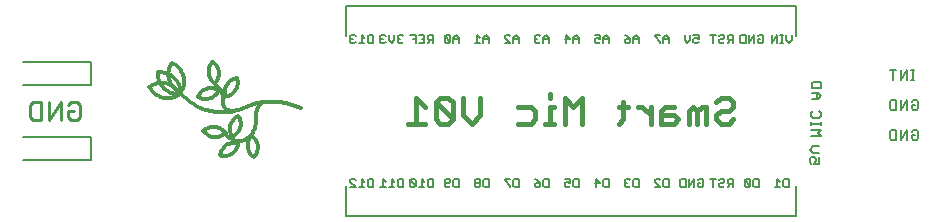
<source format=gbo>
G04 EAGLE Gerber X2 export*
G75*
%MOIN*%
%FSLAX24Y24*%
%LPD*%
%AMOC8*
5,1,8,0,0,1.08239X$1,22.5*%
G01*
%ADD10C,0.008000*%
%ADD11C,0.011000*%
%ADD12C,0.015000*%
%ADD13C,0.012000*%
%ADD14C,0.005000*%


D10*
X26515Y3158D02*
X26835Y3158D01*
X26729Y3265D01*
X26835Y3371D01*
X26515Y3371D01*
X26515Y3526D02*
X26515Y3633D01*
X26515Y3580D02*
X26835Y3580D01*
X26835Y3633D02*
X26835Y3526D01*
X26835Y3932D02*
X26782Y3985D01*
X26835Y3932D02*
X26835Y3825D01*
X26782Y3772D01*
X26568Y3772D01*
X26515Y3825D01*
X26515Y3932D01*
X26568Y3985D01*
X26785Y2454D02*
X26785Y2240D01*
X26625Y2240D01*
X26679Y2347D01*
X26679Y2400D01*
X26625Y2454D01*
X26518Y2454D01*
X26465Y2400D01*
X26465Y2293D01*
X26518Y2240D01*
X26572Y2608D02*
X26785Y2608D01*
X26572Y2608D02*
X26465Y2715D01*
X26572Y2822D01*
X26785Y2822D01*
X26754Y4390D02*
X26540Y4390D01*
X26754Y4390D02*
X26860Y4497D01*
X26754Y4604D01*
X26540Y4604D01*
X26700Y4604D02*
X26700Y4390D01*
X26860Y4758D02*
X26540Y4758D01*
X26540Y4918D01*
X26593Y4972D01*
X26807Y4972D01*
X26860Y4918D01*
X26860Y4758D01*
X29853Y5040D02*
X29960Y5040D01*
X29907Y5040D02*
X29907Y5360D01*
X29960Y5360D02*
X29853Y5360D01*
X29714Y5360D02*
X29714Y5040D01*
X29501Y5040D02*
X29714Y5360D01*
X29501Y5360D02*
X29501Y5040D01*
X29239Y5040D02*
X29239Y5360D01*
X29133Y5360D02*
X29346Y5360D01*
X29925Y3360D02*
X29871Y3307D01*
X29925Y3360D02*
X30032Y3360D01*
X30085Y3307D01*
X30085Y3093D01*
X30032Y3040D01*
X29925Y3040D01*
X29871Y3093D01*
X29871Y3200D01*
X29978Y3200D01*
X29717Y3040D02*
X29717Y3360D01*
X29503Y3040D01*
X29503Y3360D01*
X29348Y3360D02*
X29348Y3040D01*
X29188Y3040D01*
X29135Y3093D01*
X29135Y3307D01*
X29188Y3360D01*
X29348Y3360D01*
X29871Y4307D02*
X29925Y4360D01*
X30032Y4360D01*
X30085Y4307D01*
X30085Y4093D01*
X30032Y4040D01*
X29925Y4040D01*
X29871Y4093D01*
X29871Y4200D01*
X29978Y4200D01*
X29717Y4040D02*
X29717Y4360D01*
X29503Y4040D01*
X29503Y4360D01*
X29348Y4360D02*
X29348Y4040D01*
X29188Y4040D01*
X29135Y4093D01*
X29135Y4307D01*
X29188Y4360D01*
X29348Y4360D01*
D11*
X1850Y4296D02*
X1751Y4197D01*
X1850Y4296D02*
X2047Y4296D01*
X2145Y4197D01*
X2145Y3803D01*
X2047Y3705D01*
X1850Y3705D01*
X1751Y3803D01*
X1751Y4000D01*
X1948Y4000D01*
X1500Y3705D02*
X1500Y4296D01*
X1107Y3705D01*
X1107Y4296D01*
X856Y4296D02*
X856Y3705D01*
X561Y3705D01*
X462Y3803D01*
X462Y4197D01*
X561Y4296D01*
X856Y4296D01*
D12*
X23358Y4284D02*
X23500Y4426D01*
X23783Y4426D01*
X23925Y4284D01*
X23925Y4142D01*
X23783Y4000D01*
X23500Y4000D01*
X23358Y3859D01*
X23358Y3717D01*
X23500Y3575D01*
X23783Y3575D01*
X23925Y3717D01*
X23004Y3575D02*
X23004Y4142D01*
X22862Y4142D01*
X22721Y4000D01*
X22721Y3575D01*
X22721Y4000D02*
X22579Y4142D01*
X22437Y4000D01*
X22437Y3575D01*
X21942Y4142D02*
X21658Y4142D01*
X21516Y4000D01*
X21516Y3575D01*
X21942Y3575D01*
X22083Y3717D01*
X21942Y3859D01*
X21516Y3859D01*
X21163Y4142D02*
X21163Y3575D01*
X21163Y3859D02*
X20879Y4142D01*
X20737Y4142D01*
X20254Y4284D02*
X20254Y3717D01*
X20112Y3575D01*
X20112Y4142D02*
X20395Y4142D01*
X18861Y4426D02*
X18861Y3575D01*
X18577Y4142D02*
X18861Y4426D01*
X18577Y4142D02*
X18294Y4426D01*
X18294Y3575D01*
X17940Y4142D02*
X17798Y4142D01*
X17798Y3575D01*
X17940Y3575D02*
X17656Y3575D01*
X17798Y4426D02*
X17798Y4568D01*
X17184Y4142D02*
X16759Y4142D01*
X17184Y4142D02*
X17326Y4000D01*
X17326Y3717D01*
X17184Y3575D01*
X16759Y3575D01*
X15484Y3859D02*
X15484Y4426D01*
X15484Y3859D02*
X15201Y3575D01*
X14917Y3859D01*
X14917Y4426D01*
X14564Y4284D02*
X14564Y3717D01*
X14564Y4284D02*
X14422Y4426D01*
X14138Y4426D01*
X13997Y4284D01*
X13997Y3717D01*
X14138Y3575D01*
X14422Y3575D01*
X14564Y3717D01*
X13997Y4284D01*
X13643Y4142D02*
X13359Y4426D01*
X13359Y3575D01*
X13076Y3575D02*
X13643Y3575D01*
D13*
X9500Y4100D02*
X9200Y4200D01*
X9113Y4227D01*
X9025Y4251D01*
X8936Y4270D01*
X8846Y4286D01*
X8755Y4297D01*
X8664Y4305D01*
X8573Y4309D01*
X8482Y4310D01*
X8391Y4306D01*
X8300Y4298D01*
X8209Y4287D01*
X8119Y4271D01*
X8030Y4252D01*
X7941Y4229D01*
X7854Y4202D01*
X7768Y4172D01*
X7683Y4138D01*
X7600Y4100D01*
X7524Y4069D01*
X7446Y4041D01*
X7366Y4017D01*
X7286Y3997D01*
X7205Y3980D01*
X7124Y3967D01*
X7041Y3958D01*
X6959Y3953D01*
X6876Y3951D01*
X6794Y3953D01*
X6711Y3959D01*
X6629Y3969D01*
X6547Y3983D01*
X6467Y4000D01*
X6387Y4021D01*
X6308Y4046D01*
X6230Y4074D01*
X6154Y4106D01*
X6079Y4141D01*
X6006Y4180D01*
X5934Y4222D01*
X5865Y4267D01*
X5798Y4315D01*
X5733Y4367D01*
X5671Y4421D01*
X5611Y4478D01*
X5554Y4538D01*
X5500Y4600D01*
X5501Y4601D02*
X5456Y4622D01*
X5413Y4646D01*
X5372Y4674D01*
X5333Y4704D01*
X5296Y4737D01*
X5262Y4773D01*
X5230Y4811D01*
X5201Y4851D01*
X5176Y4894D01*
X5153Y4938D01*
X5134Y4983D01*
X5118Y5030D01*
X5105Y5078D01*
X5096Y5127D01*
X5091Y5176D01*
X5089Y5226D01*
X5091Y5275D01*
X5096Y5324D01*
X5105Y5373D01*
X5117Y5421D01*
X5133Y5468D01*
X5153Y5513D01*
X5175Y5558D01*
X5201Y5600D01*
X5199Y5599D02*
X5244Y5578D01*
X5287Y5554D01*
X5328Y5526D01*
X5367Y5496D01*
X5404Y5463D01*
X5438Y5427D01*
X5470Y5389D01*
X5499Y5349D01*
X5524Y5306D01*
X5547Y5262D01*
X5566Y5217D01*
X5582Y5170D01*
X5595Y5122D01*
X5604Y5073D01*
X5609Y5024D01*
X5611Y4974D01*
X5609Y4925D01*
X5604Y4876D01*
X5595Y4827D01*
X5583Y4779D01*
X5567Y4732D01*
X5547Y4687D01*
X5525Y4642D01*
X5499Y4600D01*
X5496Y4568D02*
X5447Y4564D01*
X5398Y4563D01*
X5348Y4566D01*
X5299Y4573D01*
X5251Y4584D01*
X5203Y4597D01*
X5157Y4615D01*
X5112Y4635D01*
X5068Y4659D01*
X5027Y4686D01*
X4987Y4716D01*
X4950Y4748D01*
X4915Y4784D01*
X4883Y4821D01*
X4854Y4861D01*
X4827Y4903D01*
X4804Y4947D01*
X4784Y4992D01*
X4768Y5039D01*
X4754Y5087D01*
X4745Y5135D01*
X4739Y5184D01*
X4736Y5234D01*
X4737Y5283D01*
X4737Y5282D02*
X4786Y5286D01*
X4835Y5287D01*
X4885Y5284D01*
X4934Y5277D01*
X4982Y5266D01*
X5030Y5253D01*
X5076Y5235D01*
X5121Y5215D01*
X5165Y5191D01*
X5206Y5164D01*
X5246Y5134D01*
X5283Y5102D01*
X5318Y5066D01*
X5350Y5029D01*
X5379Y4989D01*
X5406Y4947D01*
X5429Y4903D01*
X5449Y4858D01*
X5465Y4811D01*
X5479Y4763D01*
X5488Y4715D01*
X5494Y4666D01*
X5497Y4616D01*
X5496Y4567D01*
X5469Y4564D02*
X5428Y4536D01*
X5386Y4511D01*
X5341Y4489D01*
X5295Y4470D01*
X5248Y4455D01*
X5200Y4443D01*
X5151Y4435D01*
X5102Y4430D01*
X5052Y4429D01*
X5003Y4432D01*
X4954Y4438D01*
X4905Y4447D01*
X4858Y4460D01*
X4811Y4477D01*
X4766Y4497D01*
X4722Y4520D01*
X4680Y4546D01*
X4640Y4576D01*
X4602Y4608D01*
X4567Y4642D01*
X4534Y4680D01*
X4504Y4719D01*
X4477Y4761D01*
X4454Y4804D01*
X4454Y4803D02*
X4495Y4831D01*
X4537Y4856D01*
X4582Y4878D01*
X4628Y4897D01*
X4675Y4912D01*
X4723Y4924D01*
X4772Y4932D01*
X4821Y4937D01*
X4871Y4938D01*
X4920Y4935D01*
X4969Y4929D01*
X5018Y4920D01*
X5065Y4907D01*
X5112Y4890D01*
X5157Y4870D01*
X5201Y4847D01*
X5243Y4821D01*
X5283Y4791D01*
X5321Y4759D01*
X5356Y4725D01*
X5389Y4687D01*
X5419Y4648D01*
X5446Y4606D01*
X5469Y4563D01*
X7200Y4000D02*
X7300Y4000D01*
X7200Y4000D02*
X7167Y4002D01*
X7135Y4007D01*
X7103Y4016D01*
X7073Y4028D01*
X7044Y4043D01*
X7017Y4061D01*
X6992Y4082D01*
X6969Y4106D01*
X6949Y4132D01*
X6932Y4160D01*
X6918Y4190D01*
X6908Y4221D01*
X6900Y4253D01*
X6897Y4285D01*
X6896Y4318D01*
X6900Y4350D01*
X6905Y4395D01*
X6906Y4441D01*
X6904Y4486D01*
X6897Y4532D01*
X6887Y4576D01*
X6874Y4620D01*
X6857Y4662D01*
X6836Y4703D01*
X6812Y4742D01*
X6785Y4778D01*
X6755Y4813D01*
X6722Y4845D01*
X6687Y4874D01*
X6650Y4900D01*
X8150Y4200D02*
X8200Y4250D01*
X8150Y4200D02*
X8120Y4167D01*
X8093Y4132D01*
X8068Y4094D01*
X8047Y4055D01*
X8030Y4014D01*
X8016Y3971D01*
X8005Y3928D01*
X7998Y3884D01*
X7995Y3839D01*
X7996Y3794D01*
X8000Y3750D01*
X8005Y3701D01*
X8007Y3651D01*
X8005Y3601D01*
X8000Y3551D01*
X7991Y3502D01*
X7978Y3454D01*
X7962Y3407D01*
X7943Y3361D01*
X7921Y3317D01*
X7895Y3274D01*
X7866Y3233D01*
X7835Y3194D01*
X7801Y3158D01*
X7764Y3124D01*
X7725Y3093D01*
X7684Y3065D01*
X7641Y3040D01*
X7596Y3018D01*
X7550Y3000D01*
X6643Y4919D02*
X6609Y4943D01*
X6578Y4970D01*
X6549Y5000D01*
X6522Y5032D01*
X6499Y5066D01*
X6479Y5102D01*
X6462Y5140D01*
X6448Y5179D01*
X6438Y5219D01*
X6431Y5260D01*
X6428Y5301D01*
X6429Y5343D01*
X6433Y5384D01*
X6441Y5425D01*
X6452Y5465D01*
X6467Y5503D01*
X6485Y5541D01*
X6506Y5576D01*
X6530Y5610D01*
X6557Y5641D01*
X6557Y5642D02*
X6591Y5618D01*
X6622Y5591D01*
X6651Y5561D01*
X6678Y5529D01*
X6701Y5495D01*
X6721Y5459D01*
X6738Y5421D01*
X6752Y5382D01*
X6762Y5342D01*
X6769Y5301D01*
X6772Y5260D01*
X6771Y5218D01*
X6767Y5177D01*
X6759Y5136D01*
X6748Y5096D01*
X6733Y5058D01*
X6715Y5020D01*
X6694Y4985D01*
X6670Y4951D01*
X6643Y4920D01*
X6765Y4685D02*
X6747Y4647D01*
X6726Y4612D01*
X6702Y4578D01*
X6675Y4547D01*
X6645Y4518D01*
X6613Y4491D01*
X6579Y4468D01*
X6543Y4448D01*
X6505Y4431D01*
X6466Y4417D01*
X6426Y4407D01*
X6385Y4400D01*
X6344Y4397D01*
X6302Y4398D01*
X6261Y4402D01*
X6220Y4410D01*
X6180Y4421D01*
X6142Y4436D01*
X6104Y4454D01*
X6069Y4475D01*
X6069Y4474D02*
X6087Y4512D01*
X6108Y4547D01*
X6132Y4581D01*
X6159Y4612D01*
X6189Y4641D01*
X6221Y4668D01*
X6255Y4691D01*
X6291Y4711D01*
X6329Y4728D01*
X6368Y4742D01*
X6408Y4752D01*
X6449Y4759D01*
X6490Y4762D01*
X6532Y4761D01*
X6573Y4757D01*
X6614Y4749D01*
X6654Y4738D01*
X6692Y4723D01*
X6730Y4705D01*
X6765Y4684D01*
X6981Y4480D02*
X6971Y4520D01*
X6964Y4561D01*
X6961Y4602D01*
X6962Y4644D01*
X6966Y4685D01*
X6974Y4726D01*
X6985Y4766D01*
X7000Y4804D01*
X7018Y4842D01*
X7039Y4877D01*
X7063Y4911D01*
X7090Y4942D01*
X7120Y4971D01*
X7152Y4998D01*
X7186Y5021D01*
X7222Y5041D01*
X7260Y5058D01*
X7299Y5072D01*
X7339Y5082D01*
X7380Y5089D01*
X7381Y5089D02*
X7391Y5049D01*
X7398Y5008D01*
X7401Y4967D01*
X7400Y4925D01*
X7396Y4884D01*
X7388Y4843D01*
X7377Y4803D01*
X7362Y4765D01*
X7344Y4727D01*
X7323Y4692D01*
X7299Y4658D01*
X7272Y4627D01*
X7242Y4598D01*
X7210Y4571D01*
X7176Y4548D01*
X7140Y4528D01*
X7102Y4511D01*
X7063Y4497D01*
X7023Y4487D01*
X6982Y4480D01*
X7000Y3250D02*
X7026Y3213D01*
X7055Y3178D01*
X7087Y3145D01*
X7122Y3115D01*
X7158Y3088D01*
X7197Y3064D01*
X7238Y3043D01*
X7280Y3026D01*
X7324Y3013D01*
X7368Y3003D01*
X7414Y2996D01*
X7459Y2994D01*
X7505Y2995D01*
X7550Y3000D01*
X6981Y3257D02*
X6957Y3291D01*
X6930Y3322D01*
X6900Y3351D01*
X6868Y3378D01*
X6834Y3401D01*
X6798Y3421D01*
X6760Y3438D01*
X6721Y3452D01*
X6681Y3462D01*
X6640Y3469D01*
X6599Y3472D01*
X6557Y3471D01*
X6516Y3467D01*
X6475Y3459D01*
X6435Y3448D01*
X6397Y3433D01*
X6359Y3415D01*
X6324Y3394D01*
X6290Y3370D01*
X6259Y3343D01*
X6258Y3343D02*
X6282Y3309D01*
X6309Y3278D01*
X6339Y3249D01*
X6371Y3222D01*
X6405Y3199D01*
X6441Y3179D01*
X6479Y3162D01*
X6518Y3148D01*
X6558Y3138D01*
X6599Y3131D01*
X6640Y3128D01*
X6682Y3129D01*
X6723Y3133D01*
X6764Y3141D01*
X6804Y3152D01*
X6842Y3167D01*
X6880Y3185D01*
X6915Y3206D01*
X6949Y3230D01*
X6980Y3257D01*
X7215Y3135D02*
X7253Y3153D01*
X7288Y3174D01*
X7322Y3198D01*
X7353Y3225D01*
X7382Y3255D01*
X7409Y3287D01*
X7432Y3321D01*
X7452Y3357D01*
X7469Y3395D01*
X7483Y3434D01*
X7493Y3474D01*
X7500Y3515D01*
X7503Y3556D01*
X7502Y3598D01*
X7498Y3639D01*
X7490Y3680D01*
X7479Y3720D01*
X7464Y3758D01*
X7446Y3796D01*
X7425Y3831D01*
X7426Y3831D02*
X7388Y3813D01*
X7353Y3792D01*
X7319Y3768D01*
X7288Y3741D01*
X7259Y3711D01*
X7232Y3679D01*
X7209Y3645D01*
X7189Y3609D01*
X7172Y3571D01*
X7158Y3532D01*
X7148Y3492D01*
X7141Y3451D01*
X7138Y3410D01*
X7139Y3368D01*
X7143Y3327D01*
X7151Y3286D01*
X7162Y3246D01*
X7177Y3208D01*
X7195Y3170D01*
X7216Y3135D01*
X7420Y2919D02*
X7380Y2929D01*
X7339Y2936D01*
X7298Y2939D01*
X7256Y2938D01*
X7215Y2934D01*
X7174Y2926D01*
X7134Y2915D01*
X7096Y2900D01*
X7058Y2882D01*
X7023Y2861D01*
X6989Y2837D01*
X6958Y2810D01*
X6929Y2780D01*
X6902Y2748D01*
X6879Y2714D01*
X6859Y2678D01*
X6842Y2640D01*
X6828Y2601D01*
X6818Y2561D01*
X6811Y2520D01*
X6811Y2519D02*
X6851Y2509D01*
X6892Y2502D01*
X6933Y2499D01*
X6975Y2500D01*
X7016Y2504D01*
X7057Y2512D01*
X7097Y2523D01*
X7135Y2538D01*
X7173Y2556D01*
X7208Y2577D01*
X7242Y2601D01*
X7273Y2628D01*
X7302Y2658D01*
X7329Y2690D01*
X7352Y2724D01*
X7372Y2760D01*
X7389Y2798D01*
X7403Y2837D01*
X7413Y2877D01*
X7420Y2918D01*
X7857Y3181D02*
X7891Y3157D01*
X7922Y3130D01*
X7951Y3100D01*
X7978Y3068D01*
X8001Y3034D01*
X8021Y2998D01*
X8038Y2960D01*
X8052Y2921D01*
X8062Y2881D01*
X8069Y2840D01*
X8072Y2799D01*
X8071Y2757D01*
X8067Y2716D01*
X8059Y2675D01*
X8048Y2635D01*
X8033Y2597D01*
X8015Y2559D01*
X7994Y2524D01*
X7970Y2490D01*
X7943Y2459D01*
X7943Y2458D02*
X7909Y2482D01*
X7878Y2509D01*
X7849Y2539D01*
X7822Y2571D01*
X7799Y2605D01*
X7779Y2641D01*
X7762Y2679D01*
X7748Y2718D01*
X7738Y2758D01*
X7731Y2799D01*
X7728Y2840D01*
X7729Y2882D01*
X7733Y2923D01*
X7741Y2964D01*
X7752Y3004D01*
X7767Y3042D01*
X7785Y3080D01*
X7806Y3115D01*
X7830Y3149D01*
X7857Y3180D01*
D14*
X11000Y1500D02*
X11000Y500D01*
X26000Y500D02*
X26000Y1500D01*
X26000Y500D02*
X11000Y500D01*
X11000Y6500D02*
X11000Y7500D01*
X26000Y7500D01*
X26000Y6500D01*
X25770Y1735D02*
X25770Y1465D01*
X25635Y1465D01*
X25589Y1510D01*
X25589Y1690D01*
X25635Y1735D01*
X25770Y1735D01*
X25475Y1645D02*
X25385Y1735D01*
X25385Y1465D01*
X25475Y1465D02*
X25295Y1465D01*
X24770Y1465D02*
X24770Y1735D01*
X24770Y1465D02*
X24635Y1465D01*
X24589Y1510D01*
X24589Y1690D01*
X24635Y1735D01*
X24770Y1735D01*
X24475Y1690D02*
X24475Y1510D01*
X24475Y1690D02*
X24430Y1735D01*
X24340Y1735D01*
X24295Y1690D01*
X24295Y1510D01*
X24340Y1465D01*
X24430Y1465D01*
X24475Y1510D01*
X24295Y1690D01*
X23917Y1735D02*
X23917Y1465D01*
X23917Y1735D02*
X23782Y1735D01*
X23737Y1690D01*
X23737Y1600D01*
X23782Y1555D01*
X23917Y1555D01*
X23827Y1555D02*
X23737Y1465D01*
X23487Y1735D02*
X23442Y1690D01*
X23487Y1735D02*
X23577Y1735D01*
X23622Y1690D01*
X23622Y1645D01*
X23577Y1600D01*
X23487Y1600D01*
X23442Y1555D01*
X23442Y1510D01*
X23487Y1465D01*
X23577Y1465D01*
X23622Y1510D01*
X23238Y1465D02*
X23238Y1735D01*
X23328Y1735D02*
X23148Y1735D01*
X22782Y1735D02*
X22737Y1690D01*
X22782Y1735D02*
X22872Y1735D01*
X22917Y1690D01*
X22917Y1510D01*
X22872Y1465D01*
X22782Y1465D01*
X22737Y1510D01*
X22737Y1600D01*
X22827Y1600D01*
X22622Y1465D02*
X22622Y1735D01*
X22442Y1465D01*
X22442Y1735D01*
X22328Y1735D02*
X22328Y1465D01*
X22193Y1465D01*
X22148Y1510D01*
X22148Y1690D01*
X22193Y1735D01*
X22328Y1735D01*
X21770Y1735D02*
X21770Y1465D01*
X21635Y1465D01*
X21589Y1510D01*
X21589Y1690D01*
X21635Y1735D01*
X21770Y1735D01*
X21475Y1465D02*
X21295Y1465D01*
X21475Y1465D02*
X21295Y1645D01*
X21295Y1690D01*
X21340Y1735D01*
X21430Y1735D01*
X21475Y1690D01*
X20770Y1735D02*
X20770Y1465D01*
X20635Y1465D01*
X20589Y1510D01*
X20589Y1690D01*
X20635Y1735D01*
X20770Y1735D01*
X20475Y1690D02*
X20430Y1735D01*
X20340Y1735D01*
X20295Y1690D01*
X20295Y1645D01*
X20340Y1600D01*
X20385Y1600D01*
X20340Y1600D02*
X20295Y1555D01*
X20295Y1510D01*
X20340Y1465D01*
X20430Y1465D01*
X20475Y1510D01*
X19770Y1465D02*
X19770Y1735D01*
X19770Y1465D02*
X19635Y1465D01*
X19589Y1510D01*
X19589Y1690D01*
X19635Y1735D01*
X19770Y1735D01*
X19340Y1735D02*
X19340Y1465D01*
X19475Y1600D02*
X19340Y1735D01*
X19295Y1600D02*
X19475Y1600D01*
X18770Y1735D02*
X18770Y1465D01*
X18635Y1465D01*
X18589Y1510D01*
X18589Y1690D01*
X18635Y1735D01*
X18770Y1735D01*
X18475Y1735D02*
X18295Y1735D01*
X18475Y1735D02*
X18475Y1600D01*
X18385Y1645D01*
X18340Y1645D01*
X18295Y1600D01*
X18295Y1510D01*
X18340Y1465D01*
X18430Y1465D01*
X18475Y1510D01*
X17770Y1465D02*
X17770Y1735D01*
X17770Y1465D02*
X17635Y1465D01*
X17589Y1510D01*
X17589Y1690D01*
X17635Y1735D01*
X17770Y1735D01*
X17385Y1690D02*
X17295Y1735D01*
X17385Y1690D02*
X17475Y1600D01*
X17475Y1510D01*
X17430Y1465D01*
X17340Y1465D01*
X17295Y1510D01*
X17295Y1555D01*
X17340Y1600D01*
X17475Y1600D01*
X16770Y1735D02*
X16770Y1465D01*
X16635Y1465D01*
X16589Y1510D01*
X16589Y1690D01*
X16635Y1735D01*
X16770Y1735D01*
X16475Y1735D02*
X16295Y1735D01*
X16295Y1690D01*
X16475Y1510D01*
X16475Y1465D01*
X15770Y1465D02*
X15770Y1735D01*
X15770Y1465D02*
X15635Y1465D01*
X15589Y1510D01*
X15589Y1690D01*
X15635Y1735D01*
X15770Y1735D01*
X15475Y1690D02*
X15430Y1735D01*
X15340Y1735D01*
X15295Y1690D01*
X15295Y1645D01*
X15340Y1600D01*
X15295Y1555D01*
X15295Y1510D01*
X15340Y1465D01*
X15430Y1465D01*
X15475Y1510D01*
X15475Y1555D01*
X15430Y1600D01*
X15475Y1645D01*
X15475Y1690D01*
X15430Y1600D02*
X15340Y1600D01*
X14770Y1735D02*
X14770Y1465D01*
X14635Y1465D01*
X14589Y1510D01*
X14589Y1690D01*
X14635Y1735D01*
X14770Y1735D01*
X14475Y1510D02*
X14430Y1465D01*
X14340Y1465D01*
X14295Y1510D01*
X14295Y1690D01*
X14340Y1735D01*
X14430Y1735D01*
X14475Y1690D01*
X14475Y1645D01*
X14430Y1600D01*
X14295Y1600D01*
X13917Y1735D02*
X13917Y1465D01*
X13782Y1465D01*
X13737Y1510D01*
X13737Y1690D01*
X13782Y1735D01*
X13917Y1735D01*
X13622Y1645D02*
X13532Y1735D01*
X13532Y1465D01*
X13622Y1465D02*
X13442Y1465D01*
X13328Y1510D02*
X13328Y1690D01*
X13283Y1735D01*
X13193Y1735D01*
X13148Y1690D01*
X13148Y1510D01*
X13193Y1465D01*
X13283Y1465D01*
X13328Y1510D01*
X13148Y1690D01*
X12917Y1735D02*
X12917Y1465D01*
X12782Y1465D01*
X12737Y1510D01*
X12737Y1690D01*
X12782Y1735D01*
X12917Y1735D01*
X12622Y1645D02*
X12532Y1735D01*
X12532Y1465D01*
X12622Y1465D02*
X12442Y1465D01*
X12328Y1645D02*
X12238Y1735D01*
X12238Y1465D01*
X12328Y1465D02*
X12148Y1465D01*
X11917Y1465D02*
X11917Y1735D01*
X11917Y1465D02*
X11782Y1465D01*
X11737Y1510D01*
X11737Y1690D01*
X11782Y1735D01*
X11917Y1735D01*
X11622Y1645D02*
X11532Y1735D01*
X11532Y1465D01*
X11622Y1465D02*
X11442Y1465D01*
X11328Y1465D02*
X11148Y1465D01*
X11328Y1465D02*
X11148Y1645D01*
X11148Y1690D01*
X11193Y1735D01*
X11283Y1735D01*
X11328Y1690D01*
X11917Y6265D02*
X11917Y6535D01*
X11917Y6265D02*
X11782Y6265D01*
X11737Y6310D01*
X11737Y6490D01*
X11782Y6535D01*
X11917Y6535D01*
X11622Y6445D02*
X11532Y6535D01*
X11532Y6265D01*
X11622Y6265D02*
X11442Y6265D01*
X11328Y6490D02*
X11283Y6535D01*
X11193Y6535D01*
X11148Y6490D01*
X11148Y6445D01*
X11193Y6400D01*
X11238Y6400D01*
X11193Y6400D02*
X11148Y6355D01*
X11148Y6310D01*
X11193Y6265D01*
X11283Y6265D01*
X11328Y6310D01*
X12872Y6535D02*
X12917Y6490D01*
X12872Y6535D02*
X12782Y6535D01*
X12737Y6490D01*
X12737Y6445D01*
X12782Y6400D01*
X12827Y6400D01*
X12782Y6400D02*
X12737Y6355D01*
X12737Y6310D01*
X12782Y6265D01*
X12872Y6265D01*
X12917Y6310D01*
X12622Y6355D02*
X12622Y6535D01*
X12622Y6355D02*
X12532Y6265D01*
X12442Y6355D01*
X12442Y6535D01*
X12328Y6490D02*
X12283Y6535D01*
X12193Y6535D01*
X12148Y6490D01*
X12148Y6445D01*
X12193Y6400D01*
X12238Y6400D01*
X12193Y6400D02*
X12148Y6355D01*
X12148Y6310D01*
X12193Y6265D01*
X12283Y6265D01*
X12328Y6310D01*
X13917Y6265D02*
X13917Y6535D01*
X13782Y6535D01*
X13737Y6490D01*
X13737Y6400D01*
X13782Y6355D01*
X13917Y6355D01*
X13827Y6355D02*
X13737Y6265D01*
X13622Y6535D02*
X13442Y6535D01*
X13622Y6535D02*
X13622Y6265D01*
X13442Y6265D01*
X13532Y6400D02*
X13622Y6400D01*
X13328Y6265D02*
X13328Y6535D01*
X13148Y6535D01*
X13238Y6400D02*
X13328Y6400D01*
X14770Y6445D02*
X14770Y6265D01*
X14770Y6445D02*
X14680Y6535D01*
X14589Y6445D01*
X14589Y6265D01*
X14589Y6400D02*
X14770Y6400D01*
X14475Y6310D02*
X14475Y6490D01*
X14430Y6535D01*
X14340Y6535D01*
X14295Y6490D01*
X14295Y6310D01*
X14340Y6265D01*
X14430Y6265D01*
X14475Y6310D01*
X14295Y6490D01*
X15770Y6445D02*
X15770Y6265D01*
X15770Y6445D02*
X15680Y6535D01*
X15589Y6445D01*
X15589Y6265D01*
X15589Y6400D02*
X15770Y6400D01*
X15475Y6445D02*
X15385Y6535D01*
X15385Y6265D01*
X15475Y6265D02*
X15295Y6265D01*
X16770Y6265D02*
X16770Y6445D01*
X16680Y6535D01*
X16589Y6445D01*
X16589Y6265D01*
X16589Y6400D02*
X16770Y6400D01*
X16475Y6265D02*
X16295Y6265D01*
X16475Y6265D02*
X16295Y6445D01*
X16295Y6490D01*
X16340Y6535D01*
X16430Y6535D01*
X16475Y6490D01*
X17770Y6445D02*
X17770Y6265D01*
X17770Y6445D02*
X17680Y6535D01*
X17589Y6445D01*
X17589Y6265D01*
X17589Y6400D02*
X17770Y6400D01*
X17475Y6490D02*
X17430Y6535D01*
X17340Y6535D01*
X17295Y6490D01*
X17295Y6445D01*
X17340Y6400D01*
X17385Y6400D01*
X17340Y6400D02*
X17295Y6355D01*
X17295Y6310D01*
X17340Y6265D01*
X17430Y6265D01*
X17475Y6310D01*
X18770Y6265D02*
X18770Y6445D01*
X18680Y6535D01*
X18589Y6445D01*
X18589Y6265D01*
X18589Y6400D02*
X18770Y6400D01*
X18340Y6265D02*
X18340Y6535D01*
X18475Y6400D01*
X18295Y6400D01*
X19770Y6445D02*
X19770Y6265D01*
X19770Y6445D02*
X19680Y6535D01*
X19589Y6445D01*
X19589Y6265D01*
X19589Y6400D02*
X19770Y6400D01*
X19475Y6535D02*
X19295Y6535D01*
X19475Y6535D02*
X19475Y6400D01*
X19385Y6445D01*
X19340Y6445D01*
X19295Y6400D01*
X19295Y6310D01*
X19340Y6265D01*
X19430Y6265D01*
X19475Y6310D01*
X20770Y6265D02*
X20770Y6445D01*
X20680Y6535D01*
X20589Y6445D01*
X20589Y6265D01*
X20589Y6400D02*
X20770Y6400D01*
X20385Y6490D02*
X20295Y6535D01*
X20385Y6490D02*
X20475Y6400D01*
X20475Y6310D01*
X20430Y6265D01*
X20340Y6265D01*
X20295Y6310D01*
X20295Y6355D01*
X20340Y6400D01*
X20475Y6400D01*
X21770Y6445D02*
X21770Y6265D01*
X21770Y6445D02*
X21680Y6535D01*
X21589Y6445D01*
X21589Y6265D01*
X21589Y6400D02*
X21770Y6400D01*
X21475Y6535D02*
X21295Y6535D01*
X21295Y6490D01*
X21475Y6310D01*
X21475Y6265D01*
X22589Y6535D02*
X22770Y6535D01*
X22770Y6400D01*
X22680Y6445D01*
X22635Y6445D01*
X22589Y6400D01*
X22589Y6310D01*
X22635Y6265D01*
X22725Y6265D01*
X22770Y6310D01*
X22475Y6355D02*
X22475Y6535D01*
X22475Y6355D02*
X22385Y6265D01*
X22295Y6355D01*
X22295Y6535D01*
X23917Y6535D02*
X23917Y6265D01*
X23917Y6535D02*
X23782Y6535D01*
X23737Y6490D01*
X23737Y6400D01*
X23782Y6355D01*
X23917Y6355D01*
X23827Y6355D02*
X23737Y6265D01*
X23487Y6535D02*
X23442Y6490D01*
X23487Y6535D02*
X23577Y6535D01*
X23622Y6490D01*
X23622Y6445D01*
X23577Y6400D01*
X23487Y6400D01*
X23442Y6355D01*
X23442Y6310D01*
X23487Y6265D01*
X23577Y6265D01*
X23622Y6310D01*
X23238Y6265D02*
X23238Y6535D01*
X23328Y6535D02*
X23148Y6535D01*
X24737Y6490D02*
X24782Y6535D01*
X24872Y6535D01*
X24917Y6490D01*
X24917Y6310D01*
X24872Y6265D01*
X24782Y6265D01*
X24737Y6310D01*
X24737Y6400D01*
X24827Y6400D01*
X24622Y6265D02*
X24622Y6535D01*
X24442Y6265D01*
X24442Y6535D01*
X24328Y6535D02*
X24328Y6265D01*
X24193Y6265D01*
X24148Y6310D01*
X24148Y6490D01*
X24193Y6535D01*
X24328Y6535D01*
X25868Y6535D02*
X25868Y6355D01*
X25778Y6265D01*
X25688Y6355D01*
X25688Y6535D01*
X25573Y6265D02*
X25483Y6265D01*
X25528Y6265D02*
X25528Y6535D01*
X25573Y6535D02*
X25483Y6535D01*
X25377Y6535D02*
X25377Y6265D01*
X25197Y6265D02*
X25377Y6535D01*
X25197Y6535D02*
X25197Y6265D01*
X2500Y2375D02*
X250Y2375D01*
X2500Y2375D02*
X2500Y3125D01*
X250Y3125D01*
X250Y4875D02*
X2500Y4875D01*
X2500Y5625D01*
X250Y5625D01*
M02*

</source>
